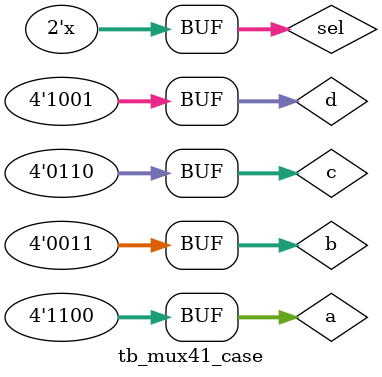
<source format=v>
`timescale 1ns / 1ps


module tb_mux41_case;

	// Inputs
	reg [1:0] sel;
	reg [3:0] a;
	reg [3:0] b;
	reg [3:0] c;
	reg [3:0] d;

	// Outputs
	wire [3:0] y;

	// Instantiate the Unit Under Test (UUT)
	mux41_case uut (
		.sel(sel), 
		.a(a), 
		.b(b), 
		.c(c), 
		.d(d), 
		.y(y)
	);

	initial begin
		// Initialize Inputs
		a = 4'b0001; b = 4'b0010; c = 4'b0100;d = 4'b1000;
		#100
		a = 4'b1100;b = 4'b0011;c = 4'b0110;d = 4'b1001;
		end
		
		initial sel = 2'b00;
		always #20 sel = sel +1; 
      
endmodule


</source>
